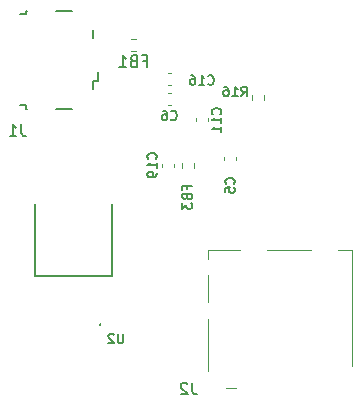
<source format=gbr>
%TF.GenerationSoftware,KiCad,Pcbnew,6.0.5-a6ca702e91~116~ubuntu20.04.1*%
%TF.CreationDate,2022-07-26T15:57:37+01:00*%
%TF.ProjectId,sd-mux,73642d6d-7578-42e6-9b69-6361645f7063,rev?*%
%TF.SameCoordinates,Original*%
%TF.FileFunction,Legend,Bot*%
%TF.FilePolarity,Positive*%
%FSLAX46Y46*%
G04 Gerber Fmt 4.6, Leading zero omitted, Abs format (unit mm)*
G04 Created by KiCad (PCBNEW 6.0.5-a6ca702e91~116~ubuntu20.04.1) date 2022-07-26 15:57:37*
%MOMM*%
%LPD*%
G01*
G04 APERTURE LIST*
%ADD10C,0.150000*%
%ADD11C,0.120000*%
%ADD12C,0.200000*%
G04 APERTURE END LIST*
D10*
%TO.C,R16*%
X193120714Y-96841428D02*
X193390714Y-96455714D01*
X193583571Y-96841428D02*
X193583571Y-96031428D01*
X193275000Y-96031428D01*
X193197857Y-96070000D01*
X193159285Y-96108571D01*
X193120714Y-96185714D01*
X193120714Y-96301428D01*
X193159285Y-96378571D01*
X193197857Y-96417142D01*
X193275000Y-96455714D01*
X193583571Y-96455714D01*
X192349285Y-96841428D02*
X192812142Y-96841428D01*
X192580714Y-96841428D02*
X192580714Y-96031428D01*
X192657857Y-96147142D01*
X192735000Y-96224285D01*
X192812142Y-96262857D01*
X191655000Y-96031428D02*
X191809285Y-96031428D01*
X191886428Y-96070000D01*
X191925000Y-96108571D01*
X192002142Y-96224285D01*
X192040714Y-96378571D01*
X192040714Y-96687142D01*
X192002142Y-96764285D01*
X191963571Y-96802857D01*
X191886428Y-96841428D01*
X191732142Y-96841428D01*
X191655000Y-96802857D01*
X191616428Y-96764285D01*
X191577857Y-96687142D01*
X191577857Y-96494285D01*
X191616428Y-96417142D01*
X191655000Y-96378571D01*
X191732142Y-96340000D01*
X191886428Y-96340000D01*
X191963571Y-96378571D01*
X192002142Y-96417142D01*
X192040714Y-96494285D01*
%TO.C,FB3*%
X188517142Y-104700000D02*
X188517142Y-104430000D01*
X188941428Y-104430000D02*
X188131428Y-104430000D01*
X188131428Y-104815714D01*
X188517142Y-105394285D02*
X188555714Y-105510000D01*
X188594285Y-105548571D01*
X188671428Y-105587142D01*
X188787142Y-105587142D01*
X188864285Y-105548571D01*
X188902857Y-105510000D01*
X188941428Y-105432857D01*
X188941428Y-105124285D01*
X188131428Y-105124285D01*
X188131428Y-105394285D01*
X188170000Y-105471428D01*
X188208571Y-105510000D01*
X188285714Y-105548571D01*
X188362857Y-105548571D01*
X188440000Y-105510000D01*
X188478571Y-105471428D01*
X188517142Y-105394285D01*
X188517142Y-105124285D01*
X188131428Y-105857142D02*
X188131428Y-106358571D01*
X188440000Y-106088571D01*
X188440000Y-106204285D01*
X188478571Y-106281428D01*
X188517142Y-106320000D01*
X188594285Y-106358571D01*
X188787142Y-106358571D01*
X188864285Y-106320000D01*
X188902857Y-106281428D01*
X188941428Y-106204285D01*
X188941428Y-105972857D01*
X188902857Y-105895714D01*
X188864285Y-105857142D01*
%TO.C,FB1*%
X184830933Y-93858571D02*
X185164266Y-93858571D01*
X185164266Y-94382380D02*
X185164266Y-93382380D01*
X184688076Y-93382380D01*
X183973790Y-93858571D02*
X183830933Y-93906190D01*
X183783314Y-93953809D01*
X183735695Y-94049047D01*
X183735695Y-94191904D01*
X183783314Y-94287142D01*
X183830933Y-94334761D01*
X183926171Y-94382380D01*
X184307123Y-94382380D01*
X184307123Y-93382380D01*
X183973790Y-93382380D01*
X183878552Y-93430000D01*
X183830933Y-93477619D01*
X183783314Y-93572857D01*
X183783314Y-93668095D01*
X183830933Y-93763333D01*
X183878552Y-93810952D01*
X183973790Y-93858571D01*
X184307123Y-93858571D01*
X182783314Y-94382380D02*
X183354742Y-94382380D01*
X183069028Y-94382380D02*
X183069028Y-93382380D01*
X183164266Y-93525238D01*
X183259504Y-93620476D01*
X183354742Y-93668095D01*
%TO.C,C5*%
X192489285Y-104265000D02*
X192527857Y-104226428D01*
X192566428Y-104110714D01*
X192566428Y-104033571D01*
X192527857Y-103917857D01*
X192450714Y-103840714D01*
X192373571Y-103802142D01*
X192219285Y-103763571D01*
X192103571Y-103763571D01*
X191949285Y-103802142D01*
X191872142Y-103840714D01*
X191795000Y-103917857D01*
X191756428Y-104033571D01*
X191756428Y-104110714D01*
X191795000Y-104226428D01*
X191833571Y-104265000D01*
X191756428Y-104997857D02*
X191756428Y-104612142D01*
X192142142Y-104573571D01*
X192103571Y-104612142D01*
X192065000Y-104689285D01*
X192065000Y-104882142D01*
X192103571Y-104959285D01*
X192142142Y-104997857D01*
X192219285Y-105036428D01*
X192412142Y-105036428D01*
X192489285Y-104997857D01*
X192527857Y-104959285D01*
X192566428Y-104882142D01*
X192566428Y-104689285D01*
X192527857Y-104612142D01*
X192489285Y-104573571D01*
%TO.C,C16*%
X190295714Y-95814285D02*
X190334285Y-95852857D01*
X190450000Y-95891428D01*
X190527142Y-95891428D01*
X190642857Y-95852857D01*
X190720000Y-95775714D01*
X190758571Y-95698571D01*
X190797142Y-95544285D01*
X190797142Y-95428571D01*
X190758571Y-95274285D01*
X190720000Y-95197142D01*
X190642857Y-95120000D01*
X190527142Y-95081428D01*
X190450000Y-95081428D01*
X190334285Y-95120000D01*
X190295714Y-95158571D01*
X189524285Y-95891428D02*
X189987142Y-95891428D01*
X189755714Y-95891428D02*
X189755714Y-95081428D01*
X189832857Y-95197142D01*
X189910000Y-95274285D01*
X189987142Y-95312857D01*
X188830000Y-95081428D02*
X188984285Y-95081428D01*
X189061428Y-95120000D01*
X189100000Y-95158571D01*
X189177142Y-95274285D01*
X189215714Y-95428571D01*
X189215714Y-95737142D01*
X189177142Y-95814285D01*
X189138571Y-95852857D01*
X189061428Y-95891428D01*
X188907142Y-95891428D01*
X188830000Y-95852857D01*
X188791428Y-95814285D01*
X188752857Y-95737142D01*
X188752857Y-95544285D01*
X188791428Y-95467142D01*
X188830000Y-95428571D01*
X188907142Y-95390000D01*
X189061428Y-95390000D01*
X189138571Y-95428571D01*
X189177142Y-95467142D01*
X189215714Y-95544285D01*
%TO.C,C6*%
X187160000Y-98794285D02*
X187198571Y-98832857D01*
X187314285Y-98871428D01*
X187391428Y-98871428D01*
X187507142Y-98832857D01*
X187584285Y-98755714D01*
X187622857Y-98678571D01*
X187661428Y-98524285D01*
X187661428Y-98408571D01*
X187622857Y-98254285D01*
X187584285Y-98177142D01*
X187507142Y-98100000D01*
X187391428Y-98061428D01*
X187314285Y-98061428D01*
X187198571Y-98100000D01*
X187160000Y-98138571D01*
X186465714Y-98061428D02*
X186620000Y-98061428D01*
X186697142Y-98100000D01*
X186735714Y-98138571D01*
X186812857Y-98254285D01*
X186851428Y-98408571D01*
X186851428Y-98717142D01*
X186812857Y-98794285D01*
X186774285Y-98832857D01*
X186697142Y-98871428D01*
X186542857Y-98871428D01*
X186465714Y-98832857D01*
X186427142Y-98794285D01*
X186388571Y-98717142D01*
X186388571Y-98524285D01*
X186427142Y-98447142D01*
X186465714Y-98408571D01*
X186542857Y-98370000D01*
X186697142Y-98370000D01*
X186774285Y-98408571D01*
X186812857Y-98447142D01*
X186851428Y-98524285D01*
%TO.C,C19*%
X185889285Y-102154285D02*
X185927857Y-102115714D01*
X185966428Y-102000000D01*
X185966428Y-101922857D01*
X185927857Y-101807142D01*
X185850714Y-101730000D01*
X185773571Y-101691428D01*
X185619285Y-101652857D01*
X185503571Y-101652857D01*
X185349285Y-101691428D01*
X185272142Y-101730000D01*
X185195000Y-101807142D01*
X185156428Y-101922857D01*
X185156428Y-102000000D01*
X185195000Y-102115714D01*
X185233571Y-102154285D01*
X185966428Y-102925714D02*
X185966428Y-102462857D01*
X185966428Y-102694285D02*
X185156428Y-102694285D01*
X185272142Y-102617142D01*
X185349285Y-102540000D01*
X185387857Y-102462857D01*
X185966428Y-103311428D02*
X185966428Y-103465714D01*
X185927857Y-103542857D01*
X185889285Y-103581428D01*
X185773571Y-103658571D01*
X185619285Y-103697142D01*
X185310714Y-103697142D01*
X185233571Y-103658571D01*
X185195000Y-103620000D01*
X185156428Y-103542857D01*
X185156428Y-103388571D01*
X185195000Y-103311428D01*
X185233571Y-103272857D01*
X185310714Y-103234285D01*
X185503571Y-103234285D01*
X185580714Y-103272857D01*
X185619285Y-103311428D01*
X185657857Y-103388571D01*
X185657857Y-103542857D01*
X185619285Y-103620000D01*
X185580714Y-103658571D01*
X185503571Y-103697142D01*
%TO.C,C11*%
X191339285Y-98354285D02*
X191377857Y-98315714D01*
X191416428Y-98200000D01*
X191416428Y-98122857D01*
X191377857Y-98007142D01*
X191300714Y-97930000D01*
X191223571Y-97891428D01*
X191069285Y-97852857D01*
X190953571Y-97852857D01*
X190799285Y-97891428D01*
X190722142Y-97930000D01*
X190645000Y-98007142D01*
X190606428Y-98122857D01*
X190606428Y-98200000D01*
X190645000Y-98315714D01*
X190683571Y-98354285D01*
X191416428Y-99125714D02*
X191416428Y-98662857D01*
X191416428Y-98894285D02*
X190606428Y-98894285D01*
X190722142Y-98817142D01*
X190799285Y-98740000D01*
X190837857Y-98662857D01*
X191416428Y-99897142D02*
X191416428Y-99434285D01*
X191416428Y-99665714D02*
X190606428Y-99665714D01*
X190722142Y-99588571D01*
X190799285Y-99511428D01*
X190837857Y-99434285D01*
%TO.C,J1*%
X174491071Y-99231380D02*
X174491071Y-99945666D01*
X174538690Y-100088523D01*
X174633928Y-100183761D01*
X174776785Y-100231380D01*
X174872023Y-100231380D01*
X173491071Y-100231380D02*
X174062499Y-100231380D01*
X173776785Y-100231380D02*
X173776785Y-99231380D01*
X173872023Y-99374238D01*
X173967261Y-99469476D01*
X174062499Y-99517095D01*
%TO.C,J2*%
X188983333Y-121102380D02*
X188983333Y-121816666D01*
X189030952Y-121959523D01*
X189126190Y-122054761D01*
X189269047Y-122102380D01*
X189364285Y-122102380D01*
X188554761Y-121197619D02*
X188507142Y-121150000D01*
X188411904Y-121102380D01*
X188173809Y-121102380D01*
X188078571Y-121150000D01*
X188030952Y-121197619D01*
X187983333Y-121292857D01*
X187983333Y-121388095D01*
X188030952Y-121530952D01*
X188602380Y-122102380D01*
X187983333Y-122102380D01*
%TO.C,U2*%
X183117142Y-116956428D02*
X183117142Y-117612142D01*
X183078571Y-117689285D01*
X183040000Y-117727857D01*
X182962857Y-117766428D01*
X182808571Y-117766428D01*
X182731428Y-117727857D01*
X182692857Y-117689285D01*
X182654285Y-117612142D01*
X182654285Y-116956428D01*
X182307142Y-117033571D02*
X182268571Y-116995000D01*
X182191428Y-116956428D01*
X181998571Y-116956428D01*
X181921428Y-116995000D01*
X181882857Y-117033571D01*
X181844285Y-117110714D01*
X181844285Y-117187857D01*
X181882857Y-117303571D01*
X182345714Y-117766428D01*
X181844285Y-117766428D01*
D11*
%TO.C,R16*%
X194002500Y-97212258D02*
X194002500Y-96737742D01*
X195047500Y-97212258D02*
X195047500Y-96737742D01*
%TO.C,FB3*%
X188077500Y-102937258D02*
X188077500Y-102462742D01*
X189122500Y-102937258D02*
X189122500Y-102462742D01*
%TO.C,FB1*%
X183760342Y-91977500D02*
X184234858Y-91977500D01*
X183760342Y-93022500D02*
X184234858Y-93022500D01*
%TO.C,C5*%
X191615000Y-101959420D02*
X191615000Y-102240580D01*
X192635000Y-101959420D02*
X192635000Y-102240580D01*
%TO.C,C16*%
X186884420Y-94890000D02*
X187165580Y-94890000D01*
X186884420Y-95910000D02*
X187165580Y-95910000D01*
%TO.C,C6*%
X186884420Y-96565000D02*
X187165580Y-96565000D01*
X186884420Y-97585000D02*
X187165580Y-97585000D01*
%TO.C,C19*%
X187435000Y-102559420D02*
X187435000Y-102840580D01*
X186415000Y-102559420D02*
X186415000Y-102840580D01*
%TO.C,C11*%
X190260000Y-98940580D02*
X190260000Y-98659420D01*
X189240000Y-98940580D02*
X189240000Y-98659420D01*
D10*
%TO.C,J1*%
X175005000Y-97905000D02*
X174855000Y-97905000D01*
X180555000Y-95555000D02*
X180555000Y-96280000D01*
X180980000Y-95555000D02*
X180555000Y-95555000D01*
X174405000Y-89905000D02*
X174855000Y-89905000D01*
X178805000Y-97905000D02*
X177405000Y-97905000D01*
X174855000Y-97905000D02*
X174855000Y-97605000D01*
X174855000Y-97605000D02*
X174405000Y-97605000D01*
X180555000Y-91955000D02*
X180555000Y-91230000D01*
X180980000Y-94830000D02*
X180980000Y-95555000D01*
X174855000Y-89605000D02*
X175005000Y-89605000D01*
X174855000Y-89905000D02*
X174855000Y-89605000D01*
X177405000Y-89605000D02*
X178805000Y-89605000D01*
D11*
%TO.C,J2*%
X190330000Y-110600000D02*
X190330000Y-109880000D01*
X190330000Y-109880000D02*
X193010000Y-109880000D01*
X195310000Y-109880000D02*
X198980000Y-109880000D01*
X190330000Y-120150000D02*
X190330000Y-115700000D01*
X190330000Y-114300000D02*
X190330000Y-112000000D01*
X191810000Y-121520000D02*
X192670000Y-121520000D01*
X202510000Y-109880000D02*
X202510000Y-119700000D01*
X201280000Y-109880000D02*
X202510000Y-109880000D01*
D12*
%TO.C,U2*%
X182170000Y-105991000D02*
X182170000Y-112086000D01*
X181185000Y-116138000D02*
X181185000Y-116138000D01*
X181185000Y-116238000D02*
X181185000Y-116238000D01*
X175630000Y-112086000D02*
X175630000Y-105991000D01*
X181185000Y-116138000D02*
X181185000Y-116138000D01*
X182170000Y-112086000D02*
X175630000Y-112086000D01*
X181185000Y-116238000D02*
G75*
G03*
X181185000Y-116138000I0J50000D01*
G01*
X181185000Y-116238000D02*
G75*
G03*
X181185000Y-116138000I0J50000D01*
G01*
X181185000Y-116138000D02*
G75*
G03*
X181185000Y-116238000I0J-50000D01*
G01*
%TD*%
M02*

</source>
